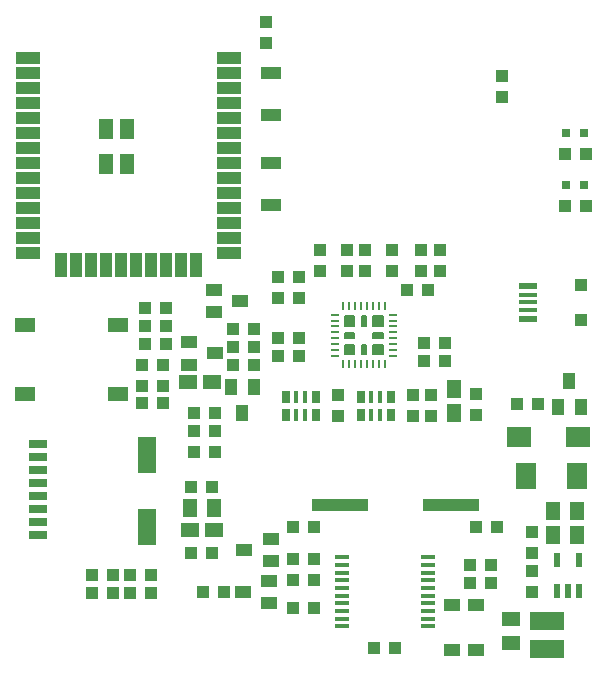
<source format=gbr>
G04 #@! TF.GenerationSoftware,KiCad,Pcbnew,5.1.0-unknown-f7d35cf~86~ubuntu18.04.1*
G04 #@! TF.CreationDate,2019-04-25T16:16:15+03:00*
G04 #@! TF.ProjectId,ESP32-GATEWAY_Rev_F,45535033-322d-4474-9154-455741595f52,F*
G04 #@! TF.SameCoordinates,Original*
G04 #@! TF.FileFunction,Paste,Top*
G04 #@! TF.FilePolarity,Positive*
%FSLAX46Y46*%
G04 Gerber Fmt 4.6, Leading zero omitted, Abs format (unit mm)*
G04 Created by KiCad (PCBNEW 5.1.0-unknown-f7d35cf~86~ubuntu18.04.1) date 2019-04-25 16:16:15*
%MOMM*%
%LPD*%
G04 APERTURE LIST*
%ADD10C,0.200000*%
%ADD11R,1.500000X3.100000*%
%ADD12R,1.500000X0.800000*%
%ADD13R,1.016000X1.016000*%
%ADD14R,1.524000X1.270000*%
%ADD15R,1.400000X1.000000*%
%ADD16R,1.000000X1.400000*%
%ADD17R,1.778000X2.286000*%
%ADD18R,0.800000X0.800000*%
%ADD19R,1.650000X0.500000*%
%ADD20R,1.650000X0.325000*%
%ADD21R,1.000000X1.100000*%
%ADD22R,1.270000X1.524000*%
%ADD23R,2.000000X1.700000*%
%ADD24R,1.778000X1.016000*%
%ADD25R,0.230000X0.780000*%
%ADD26R,0.780000X0.230000*%
%ADD27R,1.270000X0.325000*%
%ADD28R,3.000000X1.600000*%
%ADD29R,0.550000X1.200000*%
%ADD30R,0.381000X1.016000*%
%ADD31R,0.635000X1.016000*%
%ADD32R,4.826000X1.100000*%
%ADD33R,1.200000X1.800000*%
%ADD34R,2.101600X1.001600*%
%ADD35R,1.001600X2.101600*%
%ADD36R,1.778000X1.270000*%
G04 APERTURE END LIST*
D10*
X101549000Y-97244000D02*
X101549000Y-96444000D01*
X100749000Y-97244000D02*
X101549000Y-97244000D01*
X100749000Y-96444000D02*
X100749000Y-97244000D01*
X101549000Y-96444000D02*
X100749000Y-96444000D01*
X101549000Y-96544000D02*
X100749000Y-96544000D01*
X101549000Y-96644000D02*
X100749000Y-96644000D01*
X101549000Y-96744000D02*
X100749000Y-96744000D01*
X101549000Y-96844000D02*
X100749000Y-96844000D01*
X101549000Y-96944000D02*
X100749000Y-96944000D01*
X101549000Y-97044000D02*
X100749000Y-97044000D01*
X101549000Y-97144000D02*
X100749000Y-97144000D01*
X99149000Y-97144000D02*
X98349000Y-97144000D01*
X99149000Y-97044000D02*
X98349000Y-97044000D01*
X99149000Y-96944000D02*
X98349000Y-96944000D01*
X99149000Y-96844000D02*
X98349000Y-96844000D01*
X99149000Y-96744000D02*
X98349000Y-96744000D01*
X99149000Y-96644000D02*
X98349000Y-96644000D01*
X99149000Y-96544000D02*
X98349000Y-96544000D01*
X99149000Y-96444000D02*
X98349000Y-96444000D01*
X98349000Y-96444000D02*
X98349000Y-97244000D01*
X98349000Y-97244000D02*
X99149000Y-97244000D01*
X99149000Y-97244000D02*
X99149000Y-96444000D01*
X101549000Y-99544000D02*
X100749000Y-99544000D01*
X101549000Y-99444000D02*
X100749000Y-99444000D01*
X101549000Y-99344000D02*
X100749000Y-99344000D01*
X101549000Y-99244000D02*
X100749000Y-99244000D01*
X101549000Y-99144000D02*
X100749000Y-99144000D01*
X101549000Y-99044000D02*
X100749000Y-99044000D01*
X101549000Y-98944000D02*
X100749000Y-98944000D01*
X101549000Y-98844000D02*
X100749000Y-98844000D01*
X100749000Y-98844000D02*
X100749000Y-99644000D01*
X100749000Y-99644000D02*
X101549000Y-99644000D01*
X101549000Y-99644000D02*
X101549000Y-98844000D01*
X99149000Y-99644000D02*
X99149000Y-98844000D01*
X98349000Y-99644000D02*
X99149000Y-99644000D01*
X98349000Y-98844000D02*
X98349000Y-99644000D01*
X99149000Y-98844000D02*
X98349000Y-98844000D01*
X99149000Y-98944000D02*
X98349000Y-98944000D01*
X99149000Y-99044000D02*
X98349000Y-99044000D01*
X99149000Y-99144000D02*
X98349000Y-99144000D01*
X99149000Y-99244000D02*
X98349000Y-99244000D01*
X99149000Y-99344000D02*
X98349000Y-99344000D01*
X99149000Y-99444000D02*
X98349000Y-99444000D01*
X99149000Y-99544000D02*
X98349000Y-99544000D01*
X99749000Y-96444000D02*
X100149000Y-96444000D01*
X99749000Y-97244000D02*
X99749000Y-96444000D01*
X100149000Y-97244000D02*
X99749000Y-97244000D01*
X100149000Y-96444000D02*
X100149000Y-97244000D01*
X100049000Y-96444000D02*
X100049000Y-97244000D01*
X99949000Y-96444000D02*
X99949000Y-97244000D01*
X99849000Y-96444000D02*
X99849000Y-97244000D01*
X99849000Y-98844000D02*
X99849000Y-99644000D01*
X99949000Y-98844000D02*
X99949000Y-99644000D01*
X100049000Y-98844000D02*
X100049000Y-99644000D01*
X100149000Y-98844000D02*
X100149000Y-99644000D01*
X100149000Y-99644000D02*
X99749000Y-99644000D01*
X99749000Y-99644000D02*
X99749000Y-98844000D01*
X99749000Y-98844000D02*
X100149000Y-98844000D01*
X101549000Y-98244000D02*
X101549000Y-97844000D01*
X100749000Y-98244000D02*
X101549000Y-98244000D01*
X100749000Y-97844000D02*
X100749000Y-98244000D01*
X101549000Y-97844000D02*
X100749000Y-97844000D01*
X101549000Y-97944000D02*
X100749000Y-97944000D01*
X100749000Y-98044000D02*
X101549000Y-98044000D01*
X101549000Y-98144000D02*
X100749000Y-98144000D01*
X99149000Y-98144000D02*
X98349000Y-98144000D01*
X98349000Y-98044000D02*
X99149000Y-98044000D01*
X99149000Y-97944000D02*
X98349000Y-97944000D01*
X99149000Y-97844000D02*
X98349000Y-97844000D01*
X98349000Y-97844000D02*
X98349000Y-98244000D01*
X98349000Y-98244000D02*
X99149000Y-98244000D01*
X99149000Y-98244000D02*
X99149000Y-97844000D01*
D11*
X81577000Y-114275000D03*
X81577000Y-108215000D03*
D12*
X72327000Y-107275000D03*
X72327000Y-108375000D03*
X72327000Y-109475000D03*
X72327000Y-110575000D03*
X72327000Y-111675000D03*
X72327000Y-112775000D03*
X72327000Y-113875000D03*
X72327000Y-114975000D03*
D13*
X88900000Y-97536000D03*
X90678000Y-97536000D03*
D14*
X85090000Y-101981000D03*
X87122000Y-101981000D03*
D13*
X90677999Y-99060000D03*
X88899999Y-99060000D03*
D15*
X87284560Y-94173040D03*
X87284560Y-96075500D03*
X89494360Y-95120460D03*
D13*
X90677999Y-100584000D03*
X88899999Y-100584000D03*
D16*
X90611960Y-102397560D03*
X88709500Y-102397560D03*
X89664540Y-104607360D03*
D17*
X113647000Y-109982000D03*
X118001000Y-109982000D03*
D13*
X85598000Y-104648000D03*
X87376000Y-104648000D03*
X80137000Y-119888000D03*
X81915000Y-119888000D03*
X118745000Y-82677000D03*
X116967000Y-82677000D03*
D18*
X118618000Y-80899000D03*
X117094000Y-80899000D03*
D19*
X113817000Y-96637500D03*
D20*
X113817000Y-95900000D03*
X113817000Y-95250000D03*
X113817000Y-94600000D03*
D19*
X113817000Y-93862500D03*
D21*
X118367000Y-96750000D03*
X118367000Y-93750000D03*
D13*
X86360000Y-119761000D03*
X88138000Y-119761000D03*
D22*
X115951000Y-114935000D03*
X117983000Y-114935000D03*
X115951000Y-112903000D03*
X117983000Y-112903000D03*
D13*
X114173000Y-114681000D03*
X114173000Y-116459000D03*
X114173000Y-119761000D03*
X114173000Y-117983000D03*
X116967000Y-87122000D03*
X118745000Y-87122000D03*
X82931000Y-102362000D03*
X82931000Y-100584000D03*
X83185000Y-98806000D03*
X81407000Y-98806000D03*
X81407000Y-97282000D03*
X83185000Y-97282000D03*
X93980000Y-118745000D03*
X95758000Y-118745000D03*
X112903000Y-103886000D03*
X114681000Y-103886000D03*
D23*
X118070000Y-106680000D03*
X113070000Y-106680000D03*
D13*
X110744000Y-117475000D03*
X108966000Y-117475000D03*
X93980000Y-121158000D03*
X95758000Y-121158000D03*
X111252000Y-114300000D03*
X109474000Y-114300000D03*
X93980000Y-114300000D03*
X95758000Y-114300000D03*
D24*
X92075000Y-75819000D03*
X92075000Y-79375000D03*
X92075000Y-86995000D03*
X92075000Y-83439000D03*
D13*
X85344000Y-110871000D03*
X87122000Y-110871000D03*
X93980000Y-116967000D03*
X95758000Y-116967000D03*
X110744000Y-118999000D03*
X108966000Y-118999000D03*
X92710000Y-93091000D03*
X94488000Y-93091000D03*
X106807000Y-100203000D03*
X105029000Y-100203000D03*
X102616000Y-124523500D03*
X100838000Y-124523500D03*
X100076000Y-92583000D03*
X100076000Y-90805000D03*
X102362000Y-92583000D03*
X102362000Y-90805000D03*
X96266000Y-92583000D03*
X96266000Y-90805000D03*
X85344000Y-116459000D03*
X87122000Y-116459000D03*
X98552000Y-92583000D03*
X98552000Y-90805000D03*
X111633000Y-77851000D03*
X111633000Y-76073000D03*
X91694000Y-71501000D03*
X91694000Y-73279000D03*
X81153000Y-100584000D03*
X81153000Y-102362000D03*
X81153000Y-103759000D03*
X82931000Y-103759000D03*
X83185000Y-95758000D03*
X81407000Y-95758000D03*
D18*
X118618000Y-85344000D03*
X117094000Y-85344000D03*
D13*
X105029000Y-98679000D03*
X106807000Y-98679000D03*
X92710000Y-98298000D03*
X94488000Y-98298000D03*
X92710000Y-99822000D03*
X94488000Y-99822000D03*
X92710000Y-94869000D03*
X94488000Y-94869000D03*
X105410000Y-94234000D03*
X103632000Y-94234000D03*
X97790000Y-104902000D03*
X97790000Y-103124000D03*
X109474000Y-104775000D03*
X109474000Y-102997000D03*
X106426000Y-92583000D03*
X106426000Y-90805000D03*
D22*
X87249000Y-112649000D03*
X85217000Y-112649000D03*
D13*
X104140000Y-103124000D03*
X104140000Y-104902000D03*
X105664000Y-103124000D03*
X105664000Y-104902000D03*
D14*
X112395000Y-122047000D03*
X112395000Y-124079000D03*
D25*
X98199000Y-95594000D03*
X98699000Y-95594000D03*
X99199000Y-95594000D03*
X99699000Y-95594000D03*
X100199000Y-95594000D03*
X100699000Y-95594000D03*
X101199000Y-95594000D03*
X101699000Y-95594000D03*
D26*
X102399000Y-96294000D03*
X102399000Y-96794000D03*
X102399000Y-97294000D03*
X102399000Y-97794000D03*
X102399000Y-98294000D03*
X102399000Y-98794000D03*
X102399000Y-99294000D03*
X102399000Y-99794000D03*
D25*
X101699000Y-100494000D03*
X101199000Y-100494000D03*
X100699000Y-100494000D03*
X100199000Y-100494000D03*
X99699000Y-100494000D03*
X99199000Y-100494000D03*
X98699000Y-100494000D03*
X98199000Y-100494000D03*
D26*
X97499000Y-99794000D03*
X97499000Y-99294000D03*
X97499000Y-98794000D03*
X97499000Y-98294000D03*
X97499000Y-97794000D03*
X97499000Y-97294000D03*
X97499000Y-96794000D03*
X97499000Y-96294000D03*
D27*
X105346500Y-122686000D03*
X105346500Y-122036000D03*
X105346500Y-121386000D03*
X105346500Y-120736000D03*
X105346500Y-120086000D03*
X105346500Y-119436000D03*
X105346500Y-118786000D03*
X105346500Y-118136000D03*
X105346500Y-117486000D03*
X105346500Y-116836000D03*
X98107500Y-116836000D03*
X98107500Y-117486000D03*
X98107500Y-118136000D03*
X98107500Y-118786000D03*
X98107500Y-119436000D03*
X98107500Y-120086000D03*
X98107500Y-120736000D03*
X98107500Y-121386000D03*
X98107500Y-122036000D03*
X98107500Y-122686000D03*
D14*
X87249000Y-114554000D03*
X85217000Y-114554000D03*
D15*
X91912440Y-120710960D03*
X91912440Y-118808500D03*
X89702640Y-119763540D03*
X92039440Y-117154960D03*
X92039440Y-115252500D03*
X89829640Y-116207540D03*
D28*
X115443000Y-124644000D03*
X115443000Y-122244000D03*
D29*
X116271000Y-119664000D03*
X117221000Y-119664000D03*
X118171000Y-119664000D03*
X116271000Y-117064000D03*
X118171000Y-117064000D03*
D16*
X116398040Y-104104440D03*
X118300500Y-104104440D03*
X117345460Y-101894640D03*
D22*
X107569000Y-104648000D03*
X107569000Y-102616000D03*
D30*
X100584000Y-103251000D03*
X101346000Y-103251000D03*
X100584000Y-104775000D03*
X101346000Y-104775000D03*
D31*
X99695000Y-103251000D03*
X99695000Y-104775000D03*
X102235000Y-103251000D03*
X102235000Y-104775000D03*
D30*
X94996000Y-104775000D03*
X94234000Y-104775000D03*
X94996000Y-103251000D03*
X94234000Y-103251000D03*
D31*
X95885000Y-104775000D03*
X95885000Y-103251000D03*
X93345000Y-104775000D03*
X93345000Y-103251000D03*
D32*
X97917000Y-112395000D03*
X107315000Y-112395000D03*
D33*
X79910000Y-83583000D03*
X79910000Y-80583000D03*
X78110000Y-83583000D03*
X78110000Y-80583000D03*
D34*
X71510000Y-74573000D03*
X71510000Y-75843000D03*
X71510000Y-77113000D03*
X71510000Y-78383000D03*
X71510000Y-79653000D03*
X71510000Y-80923000D03*
X71510000Y-82193000D03*
X71510000Y-83463000D03*
X71510000Y-84733000D03*
X71510000Y-86003000D03*
X71510000Y-87273000D03*
X71510000Y-88543000D03*
X71510000Y-89813000D03*
X71510000Y-91083000D03*
D35*
X74310000Y-92083000D03*
X75580000Y-92083000D03*
X76850000Y-92083000D03*
X78120000Y-92083000D03*
X79390000Y-92083000D03*
X80660000Y-92083000D03*
X81930000Y-92083000D03*
X83200000Y-92083000D03*
X84470000Y-92083000D03*
X85740000Y-92083000D03*
D34*
X88510000Y-91083000D03*
X88510000Y-89813000D03*
X88510000Y-88543000D03*
X88510000Y-87273000D03*
X88510000Y-86003000D03*
X88510000Y-84733000D03*
X88510000Y-83463000D03*
X88510000Y-82193000D03*
X88510000Y-80923000D03*
X88510000Y-79653000D03*
X88510000Y-78383000D03*
X88510000Y-77113000D03*
X88510000Y-75843000D03*
X88510000Y-74573000D03*
D36*
X71247000Y-102997000D03*
X79121000Y-102997000D03*
X71247000Y-97155000D03*
X79121000Y-97155000D03*
D13*
X87376000Y-107950000D03*
X85598000Y-107950000D03*
X80137000Y-118364000D03*
X81915000Y-118364000D03*
X76962000Y-118364000D03*
X78740000Y-118364000D03*
X76962000Y-119888000D03*
X78740000Y-119888000D03*
X85598000Y-106172000D03*
X87376000Y-106172000D03*
D15*
X87333000Y-99568000D03*
X85133000Y-100518000D03*
X85133000Y-98618000D03*
X107442000Y-120909000D03*
X107442000Y-124709000D03*
X109474000Y-124709000D03*
X109474000Y-120909000D03*
D13*
X104775000Y-90805000D03*
X104775000Y-92583000D03*
M02*

</source>
